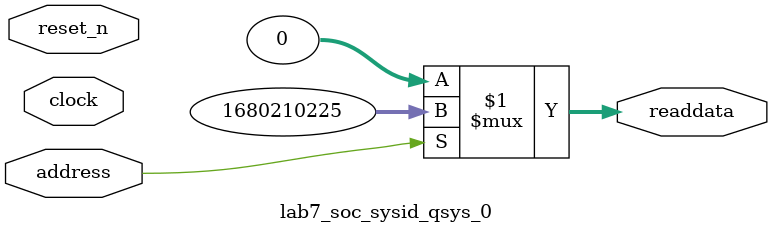
<source format=v>



// synthesis translate_off
`timescale 1ns / 1ps
// synthesis translate_on

// turn off superfluous verilog processor warnings 
// altera message_level Level1 
// altera message_off 10034 10035 10036 10037 10230 10240 10030 

module lab7_soc_sysid_qsys_0 (
               // inputs:
                address,
                clock,
                reset_n,

               // outputs:
                readdata
             )
;

  output  [ 31: 0] readdata;
  input            address;
  input            clock;
  input            reset_n;

  wire    [ 31: 0] readdata;
  //control_slave, which is an e_avalon_slave
  assign readdata = address ? 1680210225 : 0;

endmodule



</source>
